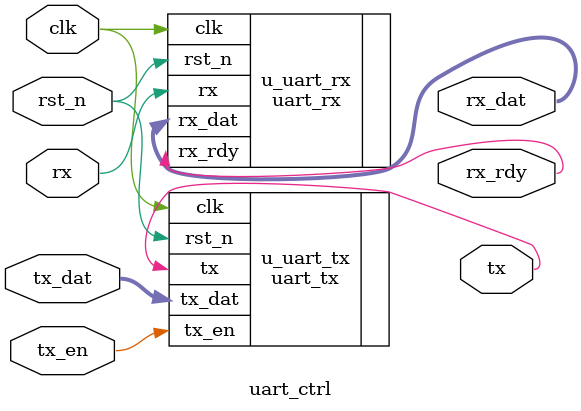
<source format=v>
`timescale 1ns / 1ps
module uart_ctrl(
    input           clk,        //50Mhz
    input           rst_n,
    
    // tx
    input           tx_en,
    output wire     tx,
    input [7:0]     tx_dat,
    
    // rx
    input               rx,
    output wire [7:0]   rx_dat,
    output wire         rx_rdy
    );

parameter baud_div = 216;
parameter cnt_width = 8;

// tx
uart_tx #(.baud_div(baud_div), .cnt_width(cnt_width))
u_uart_tx(
    .clk    (clk),
    .rst_n  (rst_n),
    .tx_en  (tx_en),
    .tx     (tx),
    .tx_dat (tx_dat)
    );    
    

// rx
uart_rx #(.baud_div(baud_div), .cnt_width(cnt_width))
u_uart_rx(
    .clk    (clk),
    .rst_n  (rst_n),
    .rx     (rx),
    .rx_dat (rx_dat),
    .rx_rdy (rx_rdy)
    );
    

endmodule

</source>
